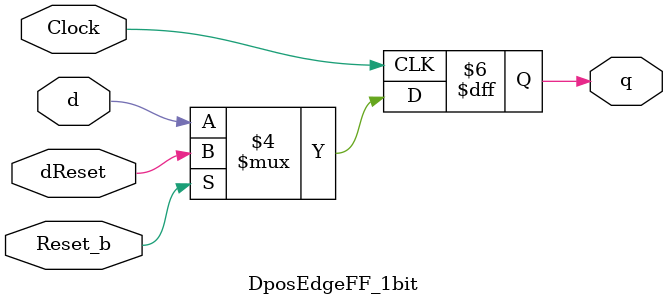
<source format=v>
`timescale 1ns/1ns

module Part3Top(SW, KEY, LEDR);

	input [9:0] SW;
	input [3:0] KEY;
	output [7:0] LEDR;
	
	wire [7:0] DATA_RESET = SW[7:0];
	wire [7:0] DATA_IN;
	wire Reset = SW[9];
	wire ParallelLoadn = ~KEY[1];
	wire RotateRight = ~KEY[2];
	wire LSRight = ~KEY[3];
	wire Clock = ~KEY[0];
	
	wire w; // Whether left bit of left-most bit is 0 or right-most bit
	mux2to1 M0 (.x(0), .y(DATA_IN[0]), .s(LSRight), .m(w));
	
	// Shifter module for each bit
	shifter s7 (.left(w), .right(DATA_IN[6]), .loadLeft(RotateRight), .loadn(ParallelLoadn), 
					.D(DATA_IN[7]), .DReset(DATA_RESET[7]), .clock(Clock), .reset(Reset), .Q(DATA_IN[7]));
					
	shifter s6 (.left(DATA_IN[7]), .right(DATA_IN[5]), .loadLeft(RotateRight), .loadn(ParallelLoadn), 
					.D(DATA_IN[6]), .DReset(DATA_RESET[6]), .clock(Clock), .reset(Reset), .Q(DATA_IN[6]));
				
	shifter s5 (.left(DATA_IN[6]), .right(DATA_IN[4]), .loadLeft(RotateRight), .loadn(ParallelLoadn), 
					.D(DATA_IN[5]), .DReset(DATA_RESET[5]), .clock(Clock), .reset(Reset), .Q(DATA_IN[5]));
					
	shifter s4 (.left(DATA_IN[5]), .right(DATA_IN[3]), .loadLeft(RotateRight), .loadn(ParallelLoadn), 
					.D(DATA_IN[4]), .DReset(DATA_RESET[4]), .clock(Clock), .reset(Reset), .Q(DATA_IN[4]));
					
	shifter s3 (.left(DATA_IN[4]), .right(DATA_IN[2]), .loadLeft(RotateRight), .loadn(ParallelLoadn), 
					.D(DATA_IN[3]), .DReset(DATA_RESET[3]), .clock(Clock), .reset(Reset), .Q(DATA_IN[3]));
					
	shifter s2 (.left(DATA_IN[3]), .right(DATA_IN[1]), .loadLeft(RotateRight), .loadn(ParallelLoadn), 
					.D(DATA_IN[2]), .DReset(DATA_RESET[2]), .clock(Clock), .reset(Reset), .Q(DATA_IN[2]));
					
	shifter s1 (.left(DATA_IN[2]), .right(DATA_IN[0]), .loadLeft(RotateRight), .loadn(ParallelLoadn), 
					.D(DATA_IN[1]), .DReset(DATA_RESET[1]), .clock(Clock), .reset(Reset), .Q(DATA_IN[1]));
					
	shifter s0 (.left(DATA_IN[1]), .right(DATA_IN[7]), .loadLeft(RotateRight), .loadn(ParallelLoadn), 
					.D(DATA_IN[0]), .DReset(DATA_RESET[0]), .clock(Clock), .reset(Reset), .Q(DATA_IN[0]));
	
	assign LEDR = DATA_IN; // Display on LEDR

endmodule // Part3Top

module shifter(input left, right, loadLeft, loadn, D, DReset, clock, reset, output Q);

	wire rotateData, data_to_dff;
	
	mux2to1 M1 (.x(left), .y(right), .s(loadLeft), .m(rotateData)); // Rotate left or right
	mux2to1 M2 (.x(rotateData), .y(D), .s(loadn), .m(data_to_dff)); // Rotate or keep data
	
	// D flip flop
	DposEdgeFF_1bit dff (.Clock(clock), .Reset_b(reset), .d(data_to_dff), .dReset(DReset), .q(Q));

endmodule // shifter

module mux2to1(input x,y,s, output m);

	assign m = x & s | y & ~s;

endmodule // mux2to1

module DposEdgeFF_1bit (Clock, Reset_b, d, dReset, q);

	input Clock, Reset_b;
	input d, dReset;
	output reg q;
	
	always @(posedge Clock)
	begin
		if (Reset_b == 1'b1)
			q <= dReset; // Reset to switch values
		else
			q <= d;
	end

endmodule // DposEdgeFF_1bit

</source>
